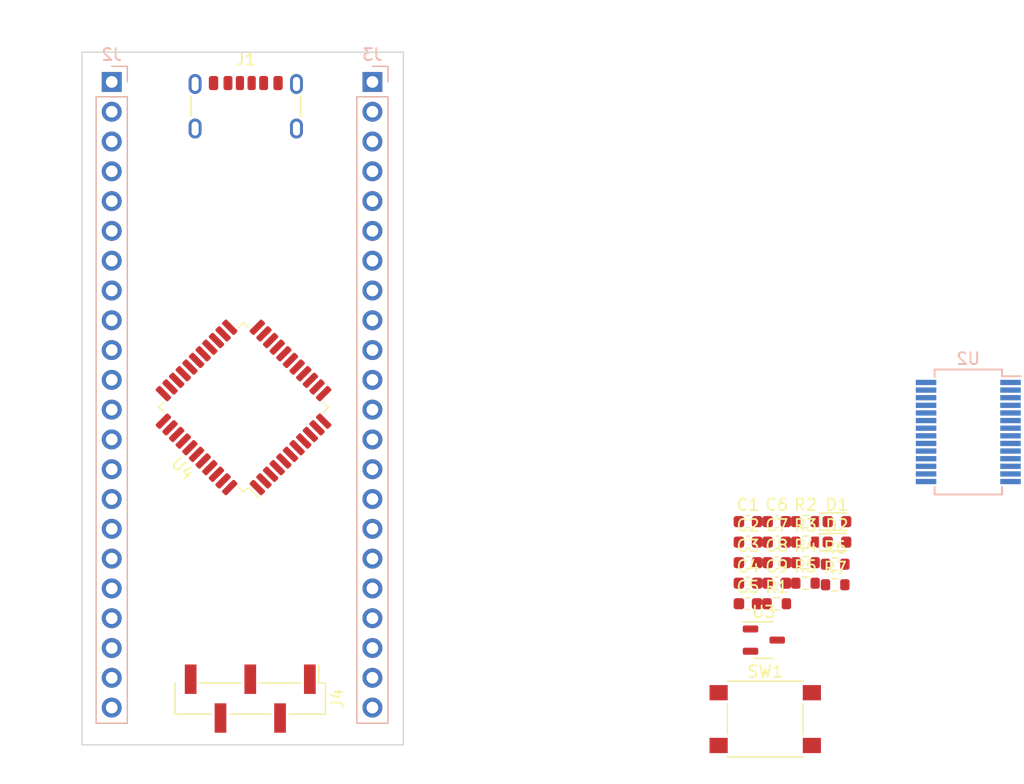
<source format=kicad_pcb>
(kicad_pcb (version 20221018) (generator pcbnew)
  (layers (0 "F.Cu" signal) (31 "B.Cu" signal) (34 "B.Paste" user) (35 "F.Paste" user) (36 "B.SilkS" user "B.Silkscreen") (37 "F.SilkS" user "F.Silkscreen") (38 "B.Mask" user) (39 "F.Mask" user) (44 "Edge.Cuts" user))
  (net 0 "")
  (net 1 "Net-(U2-3V3OUT)")
  (net 2 "GND")
  (net 3 "+5V")
  (net 4 "+3V3")
  (net 5 "Net-(U2-DTR)")
  (net 6 "MCLR")
  (net 7 "Net-(D1-K)")
  (net 8 "Net-(D2-K)")
  (net 9 "Net-(J1-CC1)")
  (net 10 "Net-(J1-CC2)")
  (net 11 "Net-(J1-SHIELD)")
  (net 34 "Net-(U2-CBUS0)")
  (net 35 "Net-(U2-CBUS1)")
  (net 36 "RX")
  (net 38 "TX")
  (net 46 "D+")
  (net 47 "D-")
  (net 57 "PGD2")
  (net 106 "Net-(C5-Pad1)")
  (net 107 "PGC2")
  (footprint "Capacitor_SMD:C_0603_1608Metric" (layer "F.Cu") (at 142.51 96.54)
    (fp_text reference "C1" (at 0 -1.43) (layer "F.SilkS"))
    (fp_text value "0.1uf")
    (fp_line (start -0.14058 -0.51) (end 0.14058 -0.51) (stroke (width 0.12)) (layer "F.SilkS"))
    (fp_line (start -0.14058 0.51) (end 0.14058 0.51) (stroke (width 0.12)) (layer "F.SilkS"))
    (pad "1" smd roundrect (at -0.775 0) (size 0.9 0.95) (layers "F.Cu" "F.Paste" "F.Mask") (net 1 "Net-(U2-3V3OUT)"))
    (pad "2" smd roundrect (at 0.775 0) (size 0.9 0.95) (layers "F.Cu" "F.Paste" "F.Mask") (net 2 "GND"))
  )
  (footprint "Package_QFP:LQFP-44_10x10mm_P0.8mm" (layer "F.Cu") (at 99.501008 86.801008 135)
    (fp_text reference "U4" (at 0 -7.35 135) (layer "F.SilkS"))
    (fp_text value "PIC24FJ64GA004-I_PT")
    (fp_line (start -5.11 -5.11) (end -5.11 -4.535) (stroke (width 0.12)) (layer "F.SilkS"))
    (fp_line (start -5.11 -4.535) (end -6.4 -4.535) (stroke (width 0.12)) (layer "F.SilkS"))
    (fp_line (start -5.11 5.11) (end -5.11 4.535) (stroke (width 0.12)) (layer "F.SilkS"))
    (fp_line (start -4.535 -5.11) (end -5.11 -5.11) (stroke (width 0.12)) (layer "F.SilkS"))
    (fp_line (start -4.535 5.11) (end -5.11 5.11) (stroke (width 0.12)) (layer "F.SilkS"))
    (fp_line (start 4.535 -5.11) (end 5.11 -5.11) (stroke (width 0.12)) (layer "F.SilkS"))
    (fp_line (start 4.535 5.11) (end 5.11 5.11) (stroke (width 0.12)) (layer "F.SilkS"))
    (fp_line (start 5.11 -5.11) (end 5.11 -4.535) (stroke (width 0.12)) (layer "F.SilkS"))
    (fp_line (start 5.11 5.11) (end 5.11 4.535) (stroke (width 0.12)) (layer "F.SilkS"))
    (pad "1" smd roundrect (at -5.6625 -4 135) (size 1.475 0.55) (layers "F.Cu" "F.Paste" "F.Mask"))
    (pad "2" smd roundrect (at -5.6625 -3.2 135) (size 1.475 0.55) (layers "F.Cu" "F.Paste" "F.Mask"))
    (pad "3" smd roundrect (at -5.6625 -2.4 135) (size 1.475 0.55) (layers "F.Cu" "F.Paste" "F.Mask"))
    (pad "4" smd roundrect (at -5.6625 -1.6 135) (size 1.475 0.55) (layers "F.Cu" "F.Paste" "F.Mask"))
    (pad "5" smd roundrect (at -5.6625 -0.8 135) (size 1.475 0.55) (layers "F.Cu" "F.Paste" "F.Mask"))
    (pad "6" smd roundrect (at -5.6625 0 135) (size 1.475 0.55) (layers "F.Cu" "F.Paste" "F.Mask") (net 2 "GND"))
    (pad "7" smd roundrect (at -5.6625 0.8 135) (size 1.475 0.55) (layers "F.Cu" "F.Paste" "F.Mask") (net 4 "+3V3"))
    (pad "8" smd roundrect (at -5.6625 1.6 135) (size 1.475 0.55) (layers "F.Cu" "F.Paste" "F.Mask") (net 57 "PGD2"))
    (pad "9" smd roundrect (at -5.6625 2.4 135) (size 1.475 0.55) (layers "F.Cu" "F.Paste" "F.Mask") (net 107 "PGC2"))
    (pad "10" smd roundrect (at -5.6625 3.2 135) (size 1.475 0.55) (layers "F.Cu" "F.Paste" "F.Mask"))
    (pad "11" smd roundrect (at -5.6625 4 135) (size 1.475 0.55) (layers "F.Cu" "F.Paste" "F.Mask"))
    (pad "12" smd roundrect (at -4 5.6625 135) (size 0.55 1.475) (layers "F.Cu" "F.Paste" "F.Mask"))
    (pad "13" smd roundrect (at -3.2 5.6625 135) (size 0.55 1.475) (layers "F.Cu" "F.Paste" "F.Mask"))
    (pad "14" smd roundrect (at -2.4 5.6625 135) (size 0.55 1.475) (layers "F.Cu" "F.Paste" "F.Mask"))
    (pad "15" smd roundrect (at -1.6 5.6625 135) (size 0.55 1.475) (layers "F.Cu" "F.Paste" "F.Mask"))
    (pad "16" smd roundrect (at -0.8 5.6625 135) (size 0.55 1.475) (layers "F.Cu" "F.Paste" "F.Mask") (net 2 "GND"))
    (pad "17" smd roundrect (at 0 5.6625 135) (size 0.55 1.475) (layers "F.Cu" "F.Paste" "F.Mask") (net 4 "+3V3"))
    (pad "18" smd roundrect (at 0.8 5.6625 135) (size 0.55 1.475) (layers "F.Cu" "F.Paste" "F.Mask") (net 6 "MCLR"))
    (pad "19" smd roundrect (at 1.6 5.6625 135) (size 0.55 1.475) (layers "F.Cu" "F.Paste" "F.Mask"))
    (pad "20" smd roundrect (at 2.4 5.6625 135) (size 0.55 1.475) (layers "F.Cu" "F.Paste" "F.Mask"))
    (pad "21" smd roundrect (at 3.2 5.6625 135) (size 0.55 1.475) (layers "F.Cu" "F.Paste" "F.Mask") (net 38 "TX"))
    (pad "22" smd roundrect (at 4 5.6625 135) (size 0.55 1.475) (layers "F.Cu" "F.Paste" "F.Mask") (net 36 "RX"))
    (pad "23" smd roundrect (at 5.6625 4 135) (size 1.475 0.55) (layers "F.Cu" "F.Paste" "F.Mask"))
    (pad "24" smd roundrect (at 5.6625 3.2 135) (size 1.475 0.55) (layers "F.Cu" "F.Paste" "F.Mask"))
    (pad "25" smd roundrect (at 5.6625 2.4 135) (size 1.475 0.55) (layers "F.Cu" "F.Paste" "F.Mask"))
    (pad "26" smd roundrect (at 5.6625 1.6 135) (size 1.475 0.55) (layers "F.Cu" "F.Paste" "F.Mask"))
    (pad "27" smd roundrect (at 5.6625 0.8 135) (size 1.475 0.55) (layers "F.Cu" "F.Paste" "F.Mask"))
    (pad "28" smd roundrect (at 5.6625 0 135) (size 1.475 0.55) (layers "F.Cu" "F.Paste" "F.Mask") (net 4 "+3V3"))
    (pad "29" smd roundrect (at 5.6625 -0.8 135) (size 1.475 0.55) (layers "F.Cu" "F.Paste" "F.Mask") (net 2 "GND"))
    (pad "30" smd roundrect (at 5.6625 -1.6 135) (size 1.475 0.55) (layers "F.Cu" "F.Paste" "F.Mask"))
    (pad "31" smd roundrect (at 5.6625 -2.4 135) (size 1.475 0.55) (layers "F.Cu" "F.Paste" "F.Mask"))
    (pad "32" smd roundrect (at 5.6625 -3.2 135) (size 1.475 0.55) (layers "F.Cu" "F.Paste" "F.Mask"))
    (pad "33" smd roundrect (at 5.6625 -4 135) (size 1.475 0.55) (layers "F.Cu" "F.Paste" "F.Mask"))
    (pad "34" smd roundrect (at 4 -5.6625 135) (size 0.55 1.475) (layers "F.Cu" "F.Paste" "F.Mask"))
    (pad "35" smd roundrect (at 3.2 -5.6625 135) (size 0.55 1.475) (layers "F.Cu" "F.Paste" "F.Mask"))
    (pad "36" smd roundrect (at 2.4 -5.6625 135) (size 0.55 1.475) (layers "F.Cu" "F.Paste" "F.Mask"))
    (pad "37" smd roundrect (at 1.6 -5.6625 135) (size 0.55 1.475) (layers "F.Cu" "F.Paste" "F.Mask"))
    (pad "38" smd roundrect (at 0.8 -5.6625 135) (size 0.55 1.475) (layers "F.Cu" "F.Paste" "F.Mask"))
    (pad "39" smd roundrect (at 0 -5.6625 135) (size 0.55 1.475) (layers "F.Cu" "F.Paste" "F.Mask") (net 2 "GND"))
    (pad "40" smd roundrect (at -0.8 -5.6625 135) (size 0.55 1.475) (layers "F.Cu" "F.Paste" "F.Mask") (net 4 "+3V3"))
    (pad "41" smd roundrect (at -1.6 -5.6625 135) (size 0.55 1.475) (layers "F.Cu" "F.Paste" "F.Mask"))
    (pad "42" smd roundrect (at -2.4 -5.6625 135) (size 0.55 1.475) (layers "F.Cu" "F.Paste" "F.Mask"))
    (pad "43" smd roundrect (at -3.2 -5.6625 135) (size 0.55 1.475) (layers "F.Cu" "F.Paste" "F.Mask"))
    (pad "44" smd roundrect (at -4 -5.6625 135) (size 0.55 1.475) (layers "F.Cu" "F.Paste" "F.Mask"))
  )
  (footprint "Resistor_SMD:R_0603_1608Metric" (layer "F.Cu") (at 147.41 98.29)
    (fp_text reference "R3" (at 0 -1.43) (layer "F.SilkS"))
    (fp_text value "5.1k")
    (fp_line (start -0.237258 -0.5225) (end 0.237258 -0.5225) (stroke (width 0.12)) (layer "F.SilkS"))
    (fp_line (start -0.237258 0.5225) (end 0.237258 0.5225) (stroke (width 0.12)) (layer "F.SilkS"))
    (pad "1" smd roundrect (at -0.825 0) (size 0.8 0.95) (layers "F.Cu" "F.Paste" "F.Mask") (net 10 "Net-(J1-CC2)"))
    (pad "2" smd roundrect (at 0.825 0) (size 0.8 0.95) (layers "F.Cu" "F.Paste" "F.Mask") (net 2 "GND"))
  )
  (footprint "Capacitor_SMD:C_0603_1608Metric" (layer "F.Cu") (at 144.96 100.04)
    (fp_text reference "C8" (at 0 -1.43) (layer "F.SilkS"))
    (fp_text value "0.1uf")
    (fp_line (start -0.14058 -0.51) (end 0.14058 -0.51) (stroke (width 0.12)) (layer "F.SilkS"))
    (fp_line (start -0.14058 0.51) (end 0.14058 0.51) (stroke (width 0.12)) (layer "F.SilkS"))
    (pad "1" smd roundrect (at -0.775 0) (size 0.9 0.95) (layers "F.Cu" "F.Paste" "F.Mask") (net 4 "+3V3"))
    (pad "2" smd roundrect (at 0.775 0) (size 0.9 0.95) (layers "F.Cu" "F.Paste" "F.Mask") (net 2 "GND"))
  )
  (footprint "Button_Switch_SMD:SW_Push_1P1T_NO_6x6mm_H9.5mm" (layer "F.Cu") (at 143.98 113.375)
    (fp_text reference "SW1" (at 0 -4.05) (layer "F.SilkS"))
    (fp_text value "SW_Push")
    (fp_line (start -3.23 -3.23) (end 3.23 -3.23) (stroke (width 0.12)) (layer "F.SilkS"))
    (fp_line (start -3.23 -3.2) (end -3.23 -3.23) (stroke (width 0.12)) (layer "F.SilkS"))
    (fp_line (start -3.23 -1.3) (end -3.23 1.3) (stroke (width 0.12)) (layer "F.SilkS"))
    (fp_line (start -3.23 3.23) (end -3.23 3.2) (stroke (width 0.12)) (layer "F.SilkS"))
    (fp_line (start -3.23 3.23) (end 3.23 3.23) (stroke (width 0.12)) (layer "F.SilkS"))
    (fp_line (start 3.23 -3.23) (end 3.23 -3.2) (stroke (width 0.12)) (layer "F.SilkS"))
    (fp_line (start 3.23 -1.3) (end 3.23 1.3) (stroke (width 0.12)) (layer "F.SilkS"))
    (fp_line (start 3.23 3.23) (end 3.23 3.2) (stroke (width 0.12)) (layer "F.SilkS"))
    (pad "1" smd rect (at -3.975 -2.25) (size 1.55 1.3) (layers "F.Cu" "F.Paste" "F.Mask") (net 2 "GND"))
    (pad "1" smd rect (at 3.975 -2.25) (size 1.55 1.3) (layers "F.Cu" "F.Paste" "F.Mask") (net 2 "GND"))
    (pad "2" smd rect (at -3.975 2.25) (size 1.55 1.3) (layers "F.Cu" "F.Paste" "F.Mask") (net 106 "Net-(C5-Pad1)"))
    (pad "2" smd rect (at 3.975 2.25) (size 1.55 1.3) (layers "F.Cu" "F.Paste" "F.Mask") (net 106 "Net-(C5-Pad1)"))
  )
  (footprint "Resistor_SMD:R_0603_1608Metric" (layer "F.Cu") (at 147.41 96.54)
    (fp_text reference "R2" (at 0 -1.43) (layer "F.SilkS"))
    (fp_text value "330")
    (fp_line (start -0.237258 -0.5225) (end 0.237258 -0.5225) (stroke (width 0.12)) (layer "F.SilkS"))
    (fp_line (start -0.237258 0.5225) (end 0.237258 0.5225) (stroke (width 0.12)) (layer "F.SilkS"))
    (pad "1" smd roundrect (at -0.825 0) (size 0.8 0.95) (layers "F.Cu" "F.Paste" "F.Mask") (net 8 "Net-(D2-K)"))
    (pad "2" smd roundrect (at 0.825 0) (size 0.8 0.95) (layers "F.Cu" "F.Paste" "F.Mask") (net 35 "Net-(U2-CBUS1)"))
  )
  (footprint "Package_TO_SOT_SMD:SOT-23-3" (layer "F.Cu") (at 143.86 106.64)
    (fp_text reference "U3" (at 0 -2.4) (layer "F.SilkS"))
    (fp_text value "XC6206PxxxMR")
    (fp_line (start 0 -1.56) (end -1.8 -1.56) (stroke (width 0.12)) (layer "F.SilkS"))
    (fp_line (start 0 -1.56) (end 0.8 -1.56) (stroke (width 0.12)) (layer "F.SilkS"))
    (fp_line (start 0 1.56) (end -0.8 1.56) (stroke (width 0.12)) (layer "F.SilkS"))
    (fp_line (start 0 1.56) (end 0.8 1.56) (stroke (width 0.12)) (layer "F.SilkS"))
    (pad "1" smd roundrect (at -1.1375 -0.95) (size 1.325 0.6) (layers "F.Cu" "F.Paste" "F.Mask") (net 2 "GND"))
    (pad "2" smd roundrect (at -1.1375 0.95) (size 1.325 0.6) (layers "F.Cu" "F.Paste" "F.Mask") (net 4 "+3V3"))
    (pad "3" smd roundrect (at 1.1375 0) (size 1.325 0.6) (layers "F.Cu" "F.Paste" "F.Mask") (net 3 "+5V"))
  )
  (footprint "Capacitor_SMD:C_0603_1608Metric" (layer "F.Cu") (at 142.51 98.29)
    (fp_text reference "C2" (at 0 -1.43) (layer "F.SilkS"))
    (fp_text value "0.1uf")
    (fp_line (start -0.14058 -0.51) (end 0.14058 -0.51) (stroke (width 0.12)) (layer "F.SilkS"))
    (fp_line (start -0.14058 0.51) (end 0.14058 0.51) (stroke (width 0.12)) (layer "F.SilkS"))
    (pad "1" smd roundrect (at -0.775 0) (size 0.9 0.95) (layers "F.Cu" "F.Paste" "F.Mask") (net 3 "+5V"))
    (pad "2" smd roundrect (at 0.775 0) (size 0.9 0.95) (layers "F.Cu" "F.Paste" "F.Mask") (net 2 "GND"))
  )
  (footprint "Connector_PinHeader_2.54mm:PinHeader_1x05_P2.54mm_Vertical_SMD_Pin1Left" (layer "F.Cu") (at 100.076 111.629 -90)
    (fp_text reference "J4" (at 0 -7.41 90) (layer "F.SilkS"))
    (fp_text value "Conn_PIC_ICSP_ICD")
    (fp_line (start -1.33 -6.41) (end -1.33 -5.84) (stroke (width 0.12)) (layer "F.SilkS"))
    (fp_line (start -1.33 -6.41) (end 1.33 -6.41) (stroke (width 0.12)) (layer "F.SilkS"))
    (fp_line (start -1.33 -5.84) (end -2.85 -5.84) (stroke (width 0.12)) (layer "F.SilkS"))
    (fp_line (start -1.33 -4.32) (end -1.33 -0.76) (stroke (width 0.12)) (layer "F.SilkS"))
    (fp_line (start -1.33 0.76) (end -1.33 4.32) (stroke (width 0.12)) (layer "F.SilkS"))
    (fp_line (start -1.33 6.41) (end 1.33 6.41) (stroke (width 0.12)) (layer "F.SilkS"))
    (fp_line (start 1.33 -6.41) (end 1.33 -3.3) (stroke (width 0.12)) (layer "F.SilkS"))
    (fp_line (start 1.33 -1.78) (end 1.33 1.78) (stroke (width 0.12)) (layer "F.SilkS"))
    (fp_line (start 1.33 3.3) (end 1.33 6.41) (stroke (width 0.12)) (layer "F.SilkS"))
    (fp_line (start 1.33 5.84) (end 1.33 6.41) (stroke (width 0.12)) (layer "F.SilkS"))
    (pad "1" smd rect (at -1.655 -5.08 270) (size 2.51 1) (layers "F.Cu" "F.Paste" "F.Mask") (net 6 "MCLR"))
    (pad "2" smd rect (at 1.655 -2.54 270) (size 2.51 1) (layers "F.Cu" "F.Paste" "F.Mask") (net 4 "+3V3"))
    (pad "3" smd rect (at -1.655 0 270) (size 2.51 1) (layers "F.Cu" "F.Paste" "F.Mask") (net 2 "GND"))
    (pad "4" smd rect (at 1.655 2.54 270) (size 2.51 1) (layers "F.Cu" "F.Paste" "F.Mask") (net 57 "PGD2"))
    (pad "5" smd rect (at -1.655 5.08 270) (size 2.51 1) (layers "F.Cu" "F.Paste" "F.Mask") (net 107 "PGC2"))
  )
  (footprint "LED_SMD:LED_0603_1608Metric" (layer "F.Cu") (at 150.095 98.29)
    (fp_text reference "D2" (at 0 -1.43) (layer "F.SilkS"))
    (fp_text value "LED")
    (fp_line (start -1.485 -0.735) (end -1.485 0.735) (stroke (width 0.12)) (layer "F.SilkS"))
    (fp_line (start -1.485 0.735) (end 0.8 0.735) (stroke (width 0.12)) (layer "F.SilkS"))
    (fp_line (start 0.8 -0.735) (end -1.485 -0.735) (stroke (width 0.12)) (layer "F.SilkS"))
    (pad "1" smd roundrect (at -0.7875 0) (size 0.875 0.95) (layers "F.Cu" "F.Paste" "F.Mask") (net 8 "Net-(D2-K)"))
    (pad "2" smd roundrect (at 0.7875 0) (size 0.875 0.95) (layers "F.Cu" "F.Paste" "F.Mask") (net 4 "+3V3"))
  )
  (footprint "Resistor_SMD:R_0603_1608Metric" (layer "F.Cu") (at 144.96 103.54)
    (fp_text reference "R1" (at 0 -1.43) (layer "F.SilkS"))
    (fp_text value "330")
    (fp_line (start -0.237258 -0.5225) (end 0.237258 -0.5225) (stroke (width 0.12)) (layer "F.SilkS"))
    (fp_line (start -0.237258 0.5225) (end 0.237258 0.5225) (stroke (width 0.12)) (layer "F.SilkS"))
    (pad "1" smd roundrect (at -0.825 0) (size 0.8 0.95) (layers "F.Cu" "F.Paste" "F.Mask") (net 7 "Net-(D1-K)"))
    (pad "2" smd roundrect (at 0.825 0) (size 0.8 0.95) (layers "F.Cu" "F.Paste" "F.Mask") (net 34 "Net-(U2-CBUS0)"))
  )
  (footprint "Capacitor_SMD:C_0603_1608Metric" (layer "F.Cu") (at 144.96 101.79)
    (fp_text reference "C9" (at 0 -1.43) (layer "F.SilkS"))
    (fp_text value "0.1uf")
    (fp_line (start -0.14058 -0.51) (end 0.14058 -0.51) (stroke (width 0.12)) (layer "F.SilkS"))
    (fp_line (start -0.14058 0.51) (end 0.14058 0.51) (stroke (width 0.12)) (layer "F.SilkS"))
    (pad "1" smd roundrect (at -0.775 0) (size 0.9 0.95) (layers "F.Cu" "F.Paste" "F.Mask") (net 4 "+3V3"))
    (pad "2" smd roundrect (at 0.775 0) (size 0.9 0.95) (layers "F.Cu" "F.Paste" "F.Mask") (net 2 "GND"))
  )
  (footprint "Connector_USB:USB_C_Receptacle_GCT_USB4125-xx-x-0190_6P_TopMnt_Horizontal" (layer "F.Cu") (at 99.695 62.23)
    (fp_text reference "J1" (at 0 -5.1 unlocked) (layer "F.SilkS"))
    (fp_text value "USB_C_Receptacle_USB2.0")
    (fp_line (start -4.67 -0.25) (end -4.67 -1.95) (stroke (width 0.12)) (layer "F.SilkS"))
    (fp_line (start 4.67 -0.25) (end 4.67 -1.95) (stroke (width 0.12)) (layer "F.SilkS"))
    (pad "A5" smd roundrect (at -0.5 -3.08) (size 0.7 1.2) (layers "F.Cu" "F.Paste" "F.Mask") (net 9 "Net-(J1-CC1)"))
    (pad "A9" smd roundrect (at 1.52 -3.08 180) (size 0.76 1.2) (layers "F.Cu" "F.Paste" "F.Mask") (net 3 "+5V"))
    (pad "A12" smd roundrect (at 2.75 -3.08 180) (size 0.8 1.2) (layers "F.Cu" "F.Paste" "F.Mask") (net 2 "GND"))
    (pad "B5" smd roundrect (at 0.5 -3.08 180) (size 0.7 1.2) (layers "F.Cu" "F.Paste" "F.Mask") (net 10 "Net-(J1-CC2)"))
    (pad "B9" smd roundrect (at -1.52 -3.08) (size 0.76 1.2) (layers "F.Cu" "F.Paste" "F.Mask") (net 3 "+5V"))
    (pad "B12" smd roundrect (at -2.75 -3.08) (size 0.8 1.2) (layers "F.Cu" "F.Paste" "F.Mask") (net 2 "GND"))
    (pad "S1" thru_hole oval (at -4.32 -3) (size 1.1 1.7) (drill oval 0.6 1.2) (layers "*.Cu" "*.Mask" "F.Paste") (net 11 "Net-(J1-SHIELD)"))
    (pad "S1" thru_hole oval (at -4.32 0.8) (size 1.1 1.7) (drill oval 0.6 1.2) (layers "*.Cu" "*.Mask" "F.Paste") (net 11 "Net-(J1-SHIELD)"))
    (pad "S1" thru_hole oval (at 4.32 -3) (size 1.1 1.7) (drill oval 0.6 1.2) (layers "*.Cu" "*.Mask" "F.Paste") (net 11 "Net-(J1-SHIELD)"))
    (pad "S1" thru_hole oval (at 4.32 0.8) (size 1.1 1.7) (drill oval 0.6 1.2) (layers "*.Cu" "*.Mask" "F.Paste") (net 11 "Net-(J1-SHIELD)"))
  )
  (footprint "Resistor_SMD:R_0603_1608Metric" (layer "F.Cu") (at 147.41 100.04)
    (fp_text reference "R4" (at 0 -1.43) (layer "F.SilkS"))
    (fp_text value "5.1k")
    (fp_line (start -0.237258 -0.5225) (end 0.237258 -0.5225) (stroke (width 0.12)) (layer "F.SilkS"))
    (fp_line (start -0.237258 0.5225) (end 0.237258 0.5225) (stroke (width 0.12)) (layer "F.SilkS"))
    (pad "1" smd roundrect (at -0.825 0) (size 0.8 0.95) (layers "F.Cu" "F.Paste" "F.Mask") (net 9 "Net-(J1-CC1)"))
    (pad "2" smd roundrect (at 0.825 0) (size 0.8 0.95) (layers "F.Cu" "F.Paste" "F.Mask") (net 2 "GND"))
  )
  (footprint "Capacitor_SMD:C_0603_1608Metric" (layer "F.Cu") (at 142.51 100.04)
    (fp_text reference "C3" (at 0 -1.43) (layer "F.SilkS"))
    (fp_text value "0.1uf")
    (fp_line (start -0.14058 -0.51) (end 0.14058 -0.51) (stroke (width 0.12)) (layer "F.SilkS"))
    (fp_line (start -0.14058 0.51) (end 0.14058 0.51) (stroke (width 0.12)) (layer "F.SilkS"))
    (pad "1" smd roundrect (at -0.775 0) (size 0.9 0.95) (layers "F.Cu" "F.Paste" "F.Mask") (net 4 "+3V3"))
    (pad "2" smd roundrect (at 0.775 0) (size 0.9 0.95) (layers "F.Cu" "F.Paste" "F.Mask") (net 2 "GND"))
  )
  (footprint "Capacitor_SMD:C_0603_1608Metric" (layer "F.Cu") (at 144.96 98.29)
    (fp_text reference "C7" (at 0 -1.43) (layer "F.SilkS"))
    (fp_text value "0.1uf")
    (fp_line (start -0.14058 -0.51) (end 0.14058 -0.51) (stroke (width 0.12)) (layer "F.SilkS"))
    (fp_line (start -0.14058 0.51) (end 0.14058 0.51) (stroke (width 0.12)) (layer "F.SilkS"))
    (pad "1" smd roundrect (at -0.775 0) (size 0.9 0.95) (layers "F.Cu" "F.Paste" "F.Mask") (net 4 "+3V3"))
    (pad "2" smd roundrect (at 0.775 0) (size 0.9 0.95) (layers "F.Cu" "F.Paste" "F.Mask") (net 2 "GND"))
  )
  (footprint "Capacitor_SMD:C_0603_1608Metric" (layer "F.Cu") (at 142.51 101.79)
    (fp_text reference "C4" (at 0 -1.43) (layer "F.SilkS"))
    (fp_text value "0.1uf")
    (fp_line (start -0.14058 -0.51) (end 0.14058 -0.51) (stroke (width 0.12)) (layer "F.SilkS"))
    (fp_line (start -0.14058 0.51) (end 0.14058 0.51) (stroke (width 0.12)) (layer "F.SilkS"))
    (pad "1" smd roundrect (at -0.775 0) (size 0.9 0.95) (layers "F.Cu" "F.Paste" "F.Mask") (net 5 "Net-(U2-DTR)"))
    (pad "2" smd roundrect (at 0.775 0) (size 0.9 0.95) (layers "F.Cu" "F.Paste" "F.Mask") (net 6 "MCLR"))
  )
  (footprint "Resistor_SMD:R_0603_1608Metric" (layer "F.Cu") (at 147.41 101.79)
    (fp_text reference "R5" (at 0 -1.43) (layer "F.SilkS"))
    (fp_text value "10M")
    (fp_line (start -0.237258 -0.5225) (end 0.237258 -0.5225) (stroke (width 0.12)) (layer "F.SilkS"))
    (fp_line (start -0.237258 0.5225) (end 0.237258 0.5225) (stroke (width 0.12)) (layer "F.SilkS"))
    (pad "1" smd roundrect (at -0.825 0) (size 0.8 0.95) (layers "F.Cu" "F.Paste" "F.Mask") (net 11 "Net-(J1-SHIELD)"))
    (pad "2" smd roundrect (at 0.825 0) (size 0.8 0.95) (layers "F.Cu" "F.Paste" "F.Mask") (net 2 "GND"))
  )
  (footprint "Resistor_SMD:R_0603_1608Metric" (layer "F.Cu") (at 149.9426 101.9222)
    (fp_text reference "R7" (at 0 -1.43) (layer "F.SilkS"))
    (fp_text value "10k")
    (fp_line (start -0.237258 -0.5225) (end 0.237258 -0.5225) (stroke (width 0.12)) (layer "F.SilkS"))
    (fp_line (start -0.237258 0.5225) (end 0.237258 0.5225) (stroke (width 0.12)) (layer "F.SilkS"))
    (pad "1" smd roundrect (at -0.825 0) (size 0.8 0.95) (layers "F.Cu" "F.Paste" "F.Mask") (net 106 "Net-(C5-Pad1)"))
    (pad "2" smd roundrect (at 0.825 0) (size 0.8 0.95) (layers "F.Cu" "F.Paste" "F.Mask") (net 6 "MCLR"))
  )
  (footprint "Capacitor_SMD:C_0603_1608Metric" (layer "F.Cu") (at 144.96 96.54)
    (fp_text reference "C6" (at 0 -1.43) (layer "F.SilkS"))
    (fp_text value "0.1uf")
    (fp_line (start -0.14058 -0.51) (end 0.14058 -0.51) (stroke (width 0.12)) (layer "F.SilkS"))
    (fp_line (start -0.14058 0.51) (end 0.14058 0.51) (stroke (width 0.12)) (layer "F.SilkS"))
    (pad "1" smd roundrect (at -0.775 0) (size 0.9 0.95) (layers "F.Cu" "F.Paste" "F.Mask") (net 4 "+3V3"))
    (pad "2" smd roundrect (at 0.775 0) (size 0.9 0.95) (layers "F.Cu" "F.Paste" "F.Mask") (net 2 "GND"))
  )
  (footprint "LED_SMD:LED_0603_1608Metric" (layer "F.Cu") (at 150.095 96.54)
    (fp_text reference "D1" (at 0 -1.43) (layer "F.SilkS"))
    (fp_text value "LED")
    (fp_line (start -1.485 -0.735) (end -1.485 0.735) (stroke (width 0.12)) (layer "F.SilkS"))
    (fp_line (start -1.485 0.735) (end 0.8 0.735) (stroke (width 0.12)) (layer "F.SilkS"))
    (fp_line (start 0.8 -0.735) (end -1.485 -0.735) (stroke (width 0.12)) (layer "F.SilkS"))
    (pad "1" smd roundrect (at -0.7875 0) (size 0.875 0.95) (layers "F.Cu" "F.Paste" "F.Mask") (net 7 "Net-(D1-K)"))
    (pad "2" smd roundrect (at 0.7875 0) (size 0.875 0.95) (layers "F.Cu" "F.Paste" "F.Mask") (net 4 "+3V3"))
  )
  (footprint "Resistor_SMD:R_0603_1608Metric" (layer "F.Cu") (at 149.9426 100.1722)
    (fp_text reference "R6" (at 0 -1.43) (layer "F.SilkS"))
    (fp_text value "10k")
    (fp_line (start -0.237258 -0.5225) (end 0.237258 -0.5225) (stroke (width 0.12)) (layer "F.SilkS"))
    (fp_line (start -0.237258 0.5225) (end 0.237258 0.5225) (stroke (width 0.12)) (layer "F.SilkS"))
    (pad "1" smd roundrect (at -0.825 0) (size 0.8 0.95) (layers "F.Cu" "F.Paste" "F.Mask") (net 4 "+3V3"))
    (pad "2" smd roundrect (at 0.825 0) (size 0.8 0.95) (layers "F.Cu" "F.Paste" "F.Mask") (net 106 "Net-(C5-Pad1)"))
  )
  (footprint "Capacitor_SMD:C_0603_1608Metric" (layer "F.Cu") (at 142.51 103.54)
    (fp_text reference "C5" (at 0 -1.43) (layer "F.SilkS"))
    (fp_text value "0.1uf")
    (fp_line (start -0.14058 -0.51) (end 0.14058 -0.51) (stroke (width 0.12)) (layer "F.SilkS"))
    (fp_line (start -0.14058 0.51) (end 0.14058 0.51) (stroke (width 0.12)) (layer "F.SilkS"))
    (pad "1" smd roundrect (at -0.775 0) (size 0.9 0.95) (layers "F.Cu" "F.Paste" "F.Mask") (net 106 "Net-(C5-Pad1)"))
    (pad "2" smd roundrect (at 0.775 0) (size 0.9 0.95) (layers "F.Cu" "F.Paste" "F.Mask") (net 2 "GND"))
  )
  (footprint "Package_SO:SSOP-28_5.3x10.2mm_P0.65mm" (layer "B.Cu") (at 161.29 88.9 180)
    (fp_text reference "U2" (at 0 6.25) (layer "B.SilkS") (effects (justify mirror)))
    (fp_text value "FT232RL")
    (fp_line (start -2.875 -5.325) (end -2.875 -4.675) (stroke (width 0.15)) (layer "B.SilkS"))
    (fp_line (start -2.875 -5.325) (end 2.875 -5.325) (stroke (width 0.15)) (layer "B.SilkS"))
    (fp_line (start -2.875 4.75) (end -4.475 4.75) (stroke (width 0.15)) (layer "B.SilkS"))
    (fp_line (start -2.875 5.325) (end -2.875 4.75) (stroke (width 0.15)) (layer "B.SilkS"))
    (fp_line (start -2.875 5.325) (end 2.875 5.325) (stroke (width 0.15)) (layer "B.SilkS"))
    (fp_line (start 2.875 -5.325) (end 2.875 -4.675) (stroke (width 0.15)) (layer "B.SilkS"))
    (fp_line (start 2.875 5.325) (end 2.875 4.675) (stroke (width 0.15)) (layer "B.SilkS"))
    (pad "1" smd rect (at -3.6 4.225 180) (size 1.75 0.45) (layers "B.Cu" "B.Paste" "B.Mask") (net 36 "RX"))
    (pad "2" smd rect (at -3.6 3.575 180) (size 1.75 0.45) (layers "B.Cu" "B.Paste" "B.Mask") (net 5 "Net-(U2-DTR)"))
    (pad "3" smd rect (at -3.6 2.925 180) (size 1.75 0.45) (layers "B.Cu" "B.Paste" "B.Mask"))
    (pad "4" smd rect (at -3.6 2.275 180) (size 1.75 0.45) (layers "B.Cu" "B.Paste" "B.Mask") (net 3 "+5V"))
    (pad "5" smd rect (at -3.6 1.625 180) (size 1.75 0.45) (layers "B.Cu" "B.Paste" "B.Mask") (net 38 "TX"))
    (pad "6" smd rect (at -3.6 0.975 180) (size 1.75 0.45) (layers "B.Cu" "B.Paste" "B.Mask"))
    (pad "7" smd rect (at -3.6 0.325 180) (size 1.75 0.45) (layers "B.Cu" "B.Paste" "B.Mask") (net 2 "GND"))
    (pad "8" smd rect (at -3.6 -0.325 180) (size 1.75 0.45) (layers "B.Cu" "B.Paste" "B.Mask"))
    (pad "9" smd rect (at -3.6 -0.975 180) (size 1.75 0.45) (layers "B.Cu" "B.Paste" "B.Mask"))
    (pad "10" smd rect (at -3.6 -1.625 180) (size 1.75 0.45) (layers "B.Cu" "B.Paste" "B.Mask"))
    (pad "11" smd rect (at -3.6 -2.275 180) (size 1.75 0.45) (layers "B.Cu" "B.Paste" "B.Mask"))
    (pad "12" smd rect (at -3.6 -2.925 180) (size 1.75 0.45) (layers "B.Cu" "B.Paste" "B.Mask"))
    (pad "13" smd rect (at -3.6 -3.575 180) (size 1.75 0.45) (layers "B.Cu" "B.Paste" "B.Mask"))
    (pad "14" smd rect (at -3.6 -4.225 180) (size 1.75 0.45) (layers "B.Cu" "B.Paste" "B.Mask"))
    (pad "15" smd rect (at 3.6 -4.225 180) (size 1.75 0.45) (layers "B.Cu" "B.Paste" "B.Mask") (net 46 "D+"))
    (pad "16" smd rect (at 3.6 -3.575 180) (size 1.75 0.45) (layers "B.Cu" "B.Paste" "B.Mask") (net 47 "D-"))
    (pad "17" smd rect (at 3.6 -2.925 180) (size 1.75 0.45) (layers "B.Cu" "B.Paste" "B.Mask") (net 1 "Net-(U2-3V3OUT)"))
    (pad "18" smd rect (at 3.6 -2.275 180) (size 1.75 0.45) (layers "B.Cu" "B.Paste" "B.Mask") (net 2 "GND"))
    (pad "19" smd rect (at 3.6 -1.625 180) (size 1.75 0.45) (layers "B.Cu" "B.Paste" "B.Mask"))
    (pad "20" smd rect (at 3.6 -0.975 180) (size 1.75 0.45) (layers "B.Cu" "B.Paste" "B.Mask") (net 3 "+5V"))
    (pad "21" smd rect (at 3.6 -0.325 180) (size 1.75 0.45) (layers "B.Cu" "B.Paste" "B.Mask") (net 2 "GND"))
    (pad "22" smd rect (at 3.6 0.325 180) (size 1.75 0.45) (layers "B.Cu" "B.Paste" "B.Mask") (net 35 "Net-(U2-CBUS1)"))
    (pad "23" smd rect (at 3.6 0.975 180) (size 1.75 0.45) (layers "B.Cu" "B.Paste" "B.Mask") (net 34 "Net-(U2-CBUS0)"))
    (pad "24" smd rect (at 3.6 1.625 180) (size 1.75 0.45) (layers "B.Cu" "B.Paste" "B.Mask"))
    (pad "25" smd rect (at 3.6 2.275 180) (size 1.75 0.45) (layers "B.Cu" "B.Paste" "B.Mask") (net 2 "GND"))
    (pad "26" smd rect (at 3.6 2.925 180) (size 1.75 0.45) (layers "B.Cu" "B.Paste" "B.Mask"))
    (pad "27" smd rect (at 3.6 3.575 180) (size 1.75 0.45) (layers "B.Cu" "B.Paste" "B.Mask"))
    (pad "28" smd rect (at 3.6 4.225 180) (size 1.75 0.45) (layers "B.Cu" "B.Paste" "B.Mask"))
  )
  (footprint "Connector_PinHeader_2.54mm:PinHeader_1x22_P2.54mm_Vertical" (layer "B.Cu") (at 88.265 59.055 180)
    (fp_text reference "J2" (at 0 2.33) (layer "B.SilkS") (effects (justify mirror)))
    (fp_text value "Conn_01x22_Pin")
    (fp_line (start -1.33 -54.67) (end 1.33 -54.67) (stroke (width 0.12)) (layer "B.SilkS"))
    (fp_line (start -1.33 -1.27) (end -1.33 -54.67) (stroke (width 0.12)) (layer "B.SilkS"))
    (fp_line (start -1.33 -1.27) (end 1.33 -1.27) (stroke (width 0.12)) (layer "B.SilkS"))
    (fp_line (start -1.33 0) (end -1.33 1.33) (stroke (width 0.12)) (layer "B.SilkS"))
    (fp_line (start -1.33 1.33) (end 0 1.33) (stroke (width 0.12)) (layer "B.SilkS"))
    (fp_line (start 1.33 -1.27) (end 1.33 -54.67) (stroke (width 0.12)) (layer "B.SilkS"))
    (pad "1" thru_hole rect (at 0 0 180) (size 1.7 1.7) (drill 1) (layers "*.Cu" "*.Mask"))
    (pad "2" thru_hole oval (at 0 -2.54 180) (size 1.7 1.7) (drill 1) (layers "*.Cu" "*.Mask"))
    (pad "3" thru_hole oval (at 0 -5.08 180) (size 1.7 1.7) (drill 1) (layers "*.Cu" "*.Mask"))
    (pad "4" thru_hole oval (at 0 -7.62 180) (size 1.7 1.7) (drill 1) (layers "*.Cu" "*.Mask"))
    (pad "5" thru_hole oval (at 0 -10.16 180) (size 1.7 1.7) (drill 1) (layers "*.Cu" "*.Mask"))
    (pad "6" thru_hole oval (at 0 -12.7 180) (size 1.7 1.7) (drill 1) (layers "*.Cu" "*.Mask"))
    (pad "7" thru_hole oval (at 0 -15.24 180) (size 1.7 1.7) (drill 1) (layers "*.Cu" "*.Mask"))
    (pad "8" thru_hole oval (at 0 -17.78 180) (size 1.7 1.7) (drill 1) (layers "*.Cu" "*.Mask"))
    (pad "9" thru_hole oval (at 0 -20.32 180) (size 1.7 1.7) (drill 1) (layers "*.Cu" "*.Mask"))
    (pad "10" thru_hole oval (at 0 -22.86 180) (size 1.7 1.7) (drill 1) (layers "*.Cu" "*.Mask"))
    (pad "11" thru_hole oval (at 0 -25.4 180) (size 1.7 1.7) (drill 1) (layers "*.Cu" "*.Mask"))
    (pad "12" thru_hole oval (at 0 -27.94 180) (size 1.7 1.7) (drill 1) (layers "*.Cu" "*.Mask"))
    (pad "13" thru_hole oval (at 0 -30.48 180) (size 1.7 1.7) (drill 1) (layers "*.Cu" "*.Mask"))
    (pad "14" thru_hole oval (at 0 -33.02 180) (size 1.7 1.7) (drill 1) (layers "*.Cu" "*.Mask"))
    (pad "15" thru_hole oval (at 0 -35.56 180) (size 1.7 1.7) (drill 1) (layers "*.Cu" "*.Mask"))
    (pad "16" thru_hole oval (at 0 -38.1 180) (size 1.7 1.7) (drill 1) (layers "*.Cu" "*.Mask"))
    (pad "17" thru_hole oval (at 0 -40.64 180) (size 1.7 1.7) (drill 1) (layers "*.Cu" "*.Mask"))
    (pad "18" thru_hole oval (at 0 -43.18 180) (size 1.7 1.7) (drill 1) (layers "*.Cu" "*.Mask"))
    (pad "19" thru_hole oval (at 0 -45.72 180) (size 1.7 1.7) (drill 1) (layers "*.Cu" "*.Mask"))
    (pad "20" thru_hole oval (at 0 -48.26 180) (size 1.7 1.7) (drill 1) (layers "*.Cu" "*.Mask"))
    (pad "21" thru_hole oval (at 0 -50.8 180) (size 1.7 1.7) (drill 1) (layers "*.Cu" "*.Mask"))
    (pad "22" thru_hole oval (at 0 -53.34 180) (size 1.7 1.7) (drill 1) (layers "*.Cu" "*.Mask"))
  )
  (footprint "Connector_PinHeader_2.54mm:PinHeader_1x22_P2.54mm_Vertical" (layer "B.Cu") (at 110.49 59.055 180)
    (fp_text reference "J3" (at 0 2.33) (layer "B.SilkS") (effects (justify mirror)))
    (fp_text value "Conn_01x22_Pin")
    (fp_line (start -1.33 -54.67) (end 1.33 -54.67) (stroke (width 0.12)) (layer "B.SilkS"))
    (fp_line (start -1.33 -1.27) (end -1.33 -54.67) (stroke (width 0.12)) (layer "B.SilkS"))
    (fp_line (start -1.33 -1.27) (end 1.33 -1.27) (stroke (width 0.12)) (layer "B.SilkS"))
    (fp_line (start -1.33 0) (end -1.33 1.33) (stroke (width 0.12)) (layer "B.SilkS"))
    (fp_line (start -1.33 1.33) (end 0 1.33) (stroke (width 0.12)) (layer "B.SilkS"))
    (fp_line (start 1.33 -1.27) (end 1.33 -54.67) (stroke (width 0.12)) (layer "B.SilkS"))
    (pad "1" thru_hole rect (at 0 0 180) (size 1.7 1.7) (drill 1) (layers "*.Cu" "*.Mask"))
    (pad "2" thru_hole oval (at 0 -2.54 180) (size 1.7 1.7) (drill 1) (layers "*.Cu" "*.Mask"))
    (pad "3" thru_hole oval (at 0 -5.08 180) (size 1.7 1.7) (drill 1) (layers "*.Cu" "*.Mask"))
    (pad "4" thru_hole oval (at 0 -7.62 180) (size 1.7 1.7) (drill 1) (layers "*.Cu" "*.Mask"))
    (pad "5" thru_hole oval (at 0 -10.16 180) (size 1.7 1.7) (drill 1) (layers "*.Cu" "*.Mask"))
    (pad "6" thru_hole oval (at 0 -12.7 180) (size 1.7 1.7) (drill 1) (layers "*.Cu" "*.Mask"))
    (pad "7" thru_hole oval (at 0 -15.24 180) (size 1.7 1.7) (drill 1) (layers "*.Cu" "*.Mask"))
    (pad "8" thru_hole oval (at 0 -17.78 180) (size 1.7 1.7) (drill 1) (layers "*.Cu" "*.Mask"))
    (pad "9" thru_hole oval (at 0 -20.32 180) (size 1.7 1.7) (drill 1) (layers "*.Cu" "*.Mask"))
    (pad "10" thru_hole oval (at 0 -22.86 180) (size 1.7 1.7) (drill 1) (layers "*.Cu" "*.Mask"))
    (pad "11" thru_hole oval (at 0 -25.4 180) (size 1.7 1.7) (drill 1) (layers "*.Cu" "*.Mask"))
    (pad "12" thru_hole oval (at 0 -27.94 180) (size 1.7 1.7) (drill 1) (layers "*.Cu" "*.Mask"))
    (pad "13" thru_hole oval (at 0 -30.48 180) (size 1.7 1.7) (drill 1) (layers "*.Cu" "*.Mask"))
    (pad "14" thru_hole oval (at 0 -33.02 180) (size 1.7 1.7) (drill 1) (layers "*.Cu" "*.Mask"))
    (pad "15" thru_hole oval (at 0 -35.56 180) (size 1.7 1.7) (drill 1) (layers "*.Cu" "*.Mask"))
    (pad "16" thru_hole oval (at 0 -38.1 180) (size 1.7 1.7) (drill 1) (layers "*.Cu" "*.Mask"))
    (pad "17" thru_hole oval (at 0 -40.64 180) (size 1.7 1.7) (drill 1) (layers "*.Cu" "*.Mask"))
    (pad "18" thru_hole oval (at 0 -43.18 180) (size 1.7 1.7) (drill 1) (layers "*.Cu" "*.Mask"))
    (pad "19" thru_hole oval (at 0 -45.72 180) (size 1.7 1.7) (drill 1) (layers "*.Cu" "*.Mask"))
    (pad "20" thru_hole oval (at 0 -48.26 180) (size 1.7 1.7) (drill 1) (layers "*.Cu" "*.Mask"))
    (pad "21" thru_hole oval (at 0 -50.8 180) (size 1.7 1.7) (drill 1) (layers "*.Cu" "*.Mask"))
    (pad "22" thru_hole oval (at 0 -53.34 180) (size 1.7 1.7) (drill 1) (layers "*.Cu" "*.Mask"))
  )
  (gr_rect (start 85.725 56.515) (end 113.125 115.57) (stroke (width 0.1)) (fill none) (layer "Edge.Cuts"))
)
</source>
